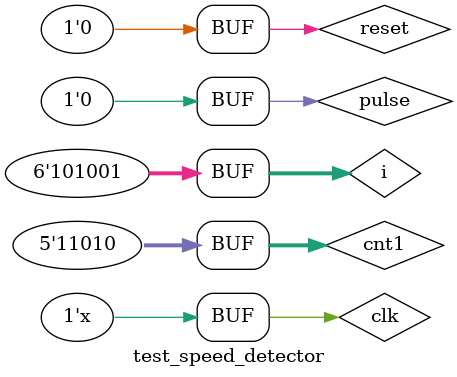
<source format=v>
`timescale 1ns / 1ps


module test_speed_detector;

	// Inputs
	reg pulse;
	reg clk;
	reg reset;
   reg [4:0] cnt1=0;
	reg [5:0] i=0;
	// Outputs
	wire [7:0] speed;

	// Instantiate the Unit Under Test (UUT)
	asymmetric_detector uut (
		.speed(speed), 
		.pulse(pulse), 
		.clk(clk), 
		.reset(reset)
	);

	initial begin
		// Initialize Inputs
		pulse = 0;
		clk = 0;
		reset = 0;
		for ( cnt1=1;cnt1<=25;cnt1=cnt1+1) begin 
		     #5000000   pulse=~pulse;
		     #5000000   pulse=~pulse;
			  #3000000   pulse=~pulse;
			  #7000000   pulse=~pulse;
			  #8000000   pulse=~pulse;
			  #2000000   pulse=~pulse;
			  #1000000   pulse=~pulse;
			  #9000000   pulse=~pulse;
		end
	  for ( i=1; i<=40 ; i=i+1 ) begin
	       #1000000    pulse=~pulse;
			 #4000000    pulse=~pulse;
			 #2000000   pulse=~pulse;
			 #3000000   pulse=~pulse;
			 #4000000   pulse=~pulse;
			 #1000000   pulse=~pulse;
			 #3000000   pulse=~pulse;
			 #2000000   pulse=~pulse;
			 #2500000   pulse=~pulse;
			 #2500000   pulse=~pulse;
	  end
        
		

	end
	always #12.5 clk<=~clk;
      
endmodule


</source>
